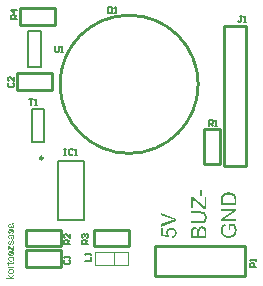
<source format=gto>
G04 Layer_Color=65535*
%FSTAX42Y42*%
%MOMM*%
G71*
G01*
G75*
%ADD18C,0.25*%
%ADD27C,0.25*%
%ADD28C,0.20*%
%ADD29C,0.05*%
%ADD30C,0.13*%
G36*
X024141Y041822D02*
X024142Y041822D01*
X024143Y041821D01*
X024144Y041821D01*
X024146Y04182D01*
X024147Y04182D01*
X024147D01*
X024147Y04182D01*
X024148Y041819D01*
X024148Y041819D01*
X024149Y041818D01*
X02415Y041817D01*
X024151Y041816D01*
X024152Y041815D01*
X024152Y041813D01*
Y041813D01*
X024152Y041813D01*
X024153Y041813D01*
X024153Y041812D01*
X024153Y041812D01*
X024153Y041811D01*
X024153Y041811D01*
X024153Y04181D01*
X024154Y041809D01*
X024154Y041807D01*
X024154Y041805D01*
X024154Y041803D01*
Y041803D01*
Y041803D01*
Y041802D01*
X024154Y041802D01*
X024154Y041801D01*
X024154Y0418D01*
X024154Y041799D01*
X024154Y041798D01*
X024153Y041796D01*
X024153Y041793D01*
X024152Y041792D01*
X024152Y041791D01*
X024151Y04179D01*
X024151Y041789D01*
X024151Y041789D01*
X02415Y041789D01*
X02415Y041789D01*
X02415Y041788D01*
X024149Y041788D01*
X024149Y041787D01*
X024148Y041787D01*
X024148Y041786D01*
X024147Y041786D01*
X024146Y041785D01*
X024145Y041785D01*
X024144Y041784D01*
X024143Y041784D01*
X024142Y041784D01*
X024141Y041783D01*
X024139Y041783D01*
X024138Y041791D01*
X024138D01*
X024138Y041791D01*
X024138D01*
X024139Y041791D01*
X024139Y041791D01*
X02414Y041791D01*
X024141Y041792D01*
X024142Y041792D01*
X024143Y041793D01*
X024144Y041793D01*
X024145Y041794D01*
Y041795D01*
X024145Y041795D01*
X024146Y041795D01*
X024146Y041796D01*
X024147Y041797D01*
X024147Y041798D01*
X024147Y041799D01*
X024148Y041801D01*
X024148Y041803D01*
Y041803D01*
Y041803D01*
Y041804D01*
X024148Y041804D01*
Y041804D01*
X024148Y041805D01*
X024147Y041806D01*
X024147Y041807D01*
X024147Y041809D01*
X024146Y04181D01*
X024146Y041811D01*
X024146Y041811D01*
X024145Y041812D01*
X024145Y041812D01*
X024144Y041813D01*
X024143Y041813D01*
X024142Y041813D01*
X024141Y041814D01*
X02414Y041814D01*
X02414D01*
X024139Y041814D01*
X024139Y041814D01*
X024138Y041813D01*
X024137Y041813D01*
X024137Y041812D01*
X024136Y041811D01*
X024136Y041811D01*
X024136Y041811D01*
X024136Y041811D01*
X024135Y04181D01*
X024135Y04181D01*
X024135Y041809D01*
X024135Y041809D01*
X024135Y041808D01*
X024134Y041807D01*
X024134Y041807D01*
X024134Y041806D01*
X024134Y041804D01*
X024133Y041803D01*
Y041803D01*
X024133Y041803D01*
X024133Y041802D01*
X024133Y041802D01*
X024133Y041801D01*
X024133Y0418D01*
X024132Y041799D01*
X024132Y041798D01*
X024131Y041797D01*
X024131Y041794D01*
X02413Y041793D01*
X02413Y041793D01*
X02413Y041792D01*
X024129Y041791D01*
Y041791D01*
X024129Y041791D01*
X024129Y041791D01*
X024129Y04179D01*
X024128Y041789D01*
X024128Y041788D01*
X024127Y041788D01*
X024126Y041787D01*
X024125Y041786D01*
X024125Y041786D01*
X024125Y041786D01*
X024124Y041785D01*
X024123Y041785D01*
X024122Y041785D01*
X024121Y041785D01*
X02412Y041784D01*
X024119Y041784D01*
X024118D01*
X024118Y041784D01*
X024117Y041784D01*
X024116Y041785D01*
X024115Y041785D01*
X024114Y041785D01*
X024113Y041786D01*
X024113Y041786D01*
X024112Y041786D01*
X024112Y041786D01*
X024111Y041787D01*
X024111Y041787D01*
X02411Y041788D01*
X024109Y041789D01*
X024108Y04179D01*
X024108Y04179D01*
X024108Y04179D01*
X024108Y04179D01*
X024108Y041791D01*
X024107Y041792D01*
X024107Y041792D01*
X024106Y041794D01*
X024106Y041795D01*
Y041795D01*
X024106Y041795D01*
X024106Y041795D01*
X024106Y041796D01*
X024106Y041797D01*
X024105Y041798D01*
X024105Y041799D01*
X024105Y0418D01*
X024105Y041802D01*
Y041802D01*
Y041802D01*
Y041802D01*
Y041802D01*
X024105Y041803D01*
Y041804D01*
X024105Y041805D01*
X024106Y041806D01*
X024106Y041808D01*
X024106Y04181D01*
X024107Y041811D01*
Y041811D01*
X024107Y041811D01*
X024107Y041812D01*
X024107Y041812D01*
X024107Y041813D01*
X024108Y041814D01*
X024109Y041815D01*
X024109Y041816D01*
X02411Y041817D01*
X024111Y041817D01*
X024111Y041818D01*
X024112Y041818D01*
X024112Y041818D01*
X024113Y041819D01*
X024114Y041819D01*
X024115Y04182D01*
X024117Y04182D01*
X024118Y04182D01*
X024119Y041812D01*
X024119D01*
X024119Y041812D01*
X024118Y041812D01*
X024117Y041812D01*
X024116Y041811D01*
X024116Y041811D01*
X024115Y04181D01*
X024114Y041809D01*
X024114Y041809D01*
X024113Y041809D01*
X024113Y041808D01*
X024113Y041808D01*
X024112Y041807D01*
X024112Y041805D01*
X024112Y041804D01*
X024112Y041802D01*
Y041802D01*
Y041802D01*
Y041802D01*
Y041801D01*
X024112Y041801D01*
Y0418D01*
X024112Y041799D01*
X024112Y041798D01*
X024112Y041797D01*
X024113Y041795D01*
X024113Y041795D01*
X024114Y041794D01*
X024114Y041794D01*
X024114Y041794D01*
X024114Y041794D01*
X024115Y041793D01*
X024115Y041793D01*
X024116Y041792D01*
X024117Y041792D01*
X024118Y041792D01*
X024118D01*
X024118Y041792D01*
X024119Y041792D01*
X02412Y041792D01*
X02412Y041793D01*
X024121Y041793D01*
X024121Y041793D01*
X024121Y041793D01*
X024121Y041793D01*
X024121Y041794D01*
X024122Y041794D01*
X024122Y041795D01*
X024122Y041795D01*
X024123Y041796D01*
Y041796D01*
X024123Y041796D01*
X024123Y041797D01*
X024123Y041797D01*
X024123Y041798D01*
X024123Y041798D01*
X024124Y041799D01*
X024124Y041799D01*
X024124Y0418D01*
X024124Y041801D01*
X024124Y041802D01*
X024125Y041803D01*
Y041803D01*
X024125Y041803D01*
X024125Y041804D01*
X024125Y041804D01*
X024125Y041805D01*
X024126Y041806D01*
X024126Y041807D01*
X024126Y041808D01*
X024127Y04181D01*
X024127Y041812D01*
X024128Y041812D01*
X024128Y041813D01*
X024128Y041814D01*
X024128Y041815D01*
Y041815D01*
X024129Y041815D01*
X024129Y041815D01*
X024129Y041816D01*
X02413Y041817D01*
X02413Y041818D01*
X024131Y041818D01*
X024132Y041819D01*
X024133Y04182D01*
X024133Y04182D01*
X024133Y04182D01*
X024134Y041821D01*
X024135Y041821D01*
X024136Y041821D01*
X024137Y041822D01*
X024138Y041822D01*
X024139Y041822D01*
X02414D01*
X024141Y041822D01*
D02*
G37*
G36*
X024153Y041736D02*
X024147D01*
X024112Y041766D01*
Y041766D01*
Y041766D01*
Y041766D01*
X024113Y041765D01*
Y041765D01*
Y041764D01*
X024113Y041763D01*
X024113Y041762D01*
Y04176D01*
X024113Y041759D01*
Y041757D01*
Y041738D01*
X024106D01*
Y041777D01*
X024112D01*
X024141Y041751D01*
X024147Y041746D01*
Y041746D01*
Y041746D01*
X024147Y041747D01*
Y041747D01*
X024147Y041748D01*
Y041748D01*
X024147Y041749D01*
X024147Y04175D01*
X024147Y041751D01*
X024146Y041753D01*
X024146Y041755D01*
Y041756D01*
Y041778D01*
X024153D01*
Y041736D01*
D02*
G37*
G36*
Y041864D02*
X024153Y041864D01*
X024153Y041864D01*
X024152Y041863D01*
X024152Y041863D01*
X024151Y041863D01*
X02415Y041863D01*
X024149Y041862D01*
X024147Y041862D01*
X024147Y041862D01*
X024147Y041862D01*
X024148Y041862D01*
X024148Y041861D01*
X024148Y041861D01*
X024149Y041861D01*
X024149Y041859D01*
X02415Y041858D01*
X024151Y041857D01*
X024152Y041855D01*
X024153Y041854D01*
Y041854D01*
X024153Y041853D01*
X024153Y041853D01*
X024153Y041853D01*
X024153Y041853D01*
X024153Y041852D01*
X024154Y041851D01*
X024154Y04185D01*
X024154Y041848D01*
X024154Y041847D01*
X024154Y041845D01*
Y041845D01*
Y041844D01*
Y041844D01*
X024154Y041844D01*
X024154Y041843D01*
X024154Y041842D01*
X024154Y041841D01*
X024154Y04184D01*
X024153Y041839D01*
X024153Y041837D01*
X024152Y041836D01*
X024152Y041835D01*
X024151Y041834D01*
X024151Y041833D01*
X024151Y041833D01*
X02415Y041833D01*
X02415Y041833D01*
X02415Y041832D01*
X02415Y041832D01*
X024149Y041832D01*
X024149Y041831D01*
X024148Y041831D01*
X024147Y04183D01*
X024145Y041829D01*
X024144Y041829D01*
X024143Y041829D01*
X024142Y041829D01*
X024141Y041829D01*
X02414D01*
X02414Y041829D01*
X024139Y041829D01*
X024138Y041829D01*
X024137Y041829D01*
X024136Y04183D01*
X024135Y04183D01*
X024134Y04183D01*
X024134Y041831D01*
X024134Y041831D01*
X024133Y041831D01*
X024132Y041832D01*
X024131Y041833D01*
X024131Y041834D01*
X02413Y041834D01*
X02413Y041835D01*
X02413Y041835D01*
X024129Y041835D01*
X024129Y041836D01*
X024129Y041837D01*
X024128Y041838D01*
X024128Y041839D01*
X024127Y04184D01*
Y04184D01*
X024127Y041841D01*
X024127Y041841D01*
X024127Y041842D01*
X024127Y041843D01*
X024127Y041844D01*
X024126Y041846D01*
X024126Y041847D01*
Y041847D01*
X024126Y041848D01*
X024126Y041848D01*
X024126Y041849D01*
X024126Y04185D01*
X024126Y041851D01*
X024126Y041852D01*
X024125Y041853D01*
X024125Y041855D01*
X024124Y041857D01*
X024124Y041858D01*
X024124Y04186D01*
X024124Y041861D01*
X024123Y041862D01*
X024123D01*
X024123Y041862D01*
X024121D01*
X02412Y041861D01*
X024119Y041861D01*
X024118Y041861D01*
X024116Y041861D01*
X024115Y04186D01*
X024114Y041859D01*
X024114Y041859D01*
X024114Y041859D01*
X024114Y041859D01*
X024114Y041858D01*
X024114Y041858D01*
X024113Y041857D01*
X024113Y041856D01*
X024112Y041854D01*
X024112Y041852D01*
X024112Y04185D01*
Y04185D01*
Y04185D01*
Y04185D01*
Y041849D01*
X024112Y041849D01*
Y041848D01*
X024112Y041847D01*
X024112Y041846D01*
X024113Y041844D01*
X024113Y041843D01*
X024114Y041842D01*
X024114Y041842D01*
X024114Y041842D01*
X024115Y041841D01*
X024115Y04184D01*
X024116Y04184D01*
X024118Y041839D01*
X024119Y041839D01*
X02412Y041838D01*
X024121Y041838D01*
X02412Y04183D01*
X02412D01*
X024119Y04183D01*
X024119Y04183D01*
X024119Y04183D01*
X024118Y041831D01*
X024118Y041831D01*
X024117Y041831D01*
X024115Y041832D01*
X024114Y041832D01*
X024113Y041833D01*
X024112Y041834D01*
X024112D01*
X024111Y041834D01*
X024111Y041834D01*
X024111Y041835D01*
X02411Y041835D01*
X024109Y041836D01*
X024108Y041838D01*
X024108Y041839D01*
X024107Y041841D01*
Y041841D01*
X024107Y041841D01*
X024107Y041841D01*
X024107Y041842D01*
X024106Y041842D01*
X024106Y041842D01*
X024106Y041843D01*
X024106Y041844D01*
X024106Y041844D01*
X024106Y041845D01*
X024105Y041847D01*
X024105Y041849D01*
X024105Y041851D01*
Y041851D01*
Y041852D01*
Y041852D01*
Y041852D01*
X024105Y041853D01*
Y041854D01*
X024105Y041855D01*
X024105Y041856D01*
X024106Y041858D01*
X024106Y04186D01*
X024107Y041861D01*
Y041861D01*
X024107Y041861D01*
X024107Y041861D01*
X024107Y041862D01*
X024107Y041862D01*
X024108Y041863D01*
X024108Y041864D01*
X024109Y041865D01*
X024109Y041866D01*
X02411Y041867D01*
X02411Y041867D01*
X024111Y041867D01*
X024111Y041867D01*
X024112Y041868D01*
X024112Y041868D01*
X024113Y041868D01*
X024114Y041869D01*
X024116Y041869D01*
X024116D01*
X024116Y041869D01*
X024117Y041869D01*
X024117Y041869D01*
X024118Y041869D01*
X02412Y04187D01*
X02412D01*
X024121Y04187D01*
X024137D01*
X024138Y04187D01*
X024139D01*
X024142Y04187D01*
X024143D01*
X024144Y04187D01*
X024145Y04187D01*
X024146Y04187D01*
X024147Y04187D01*
X024148Y04187D01*
X024148D01*
X024148Y04187D01*
X024149Y04187D01*
X024149Y041871D01*
X02415Y041871D01*
X024151Y041871D01*
X024152Y041872D01*
X024153Y041872D01*
Y041864D01*
D02*
G37*
G36*
Y04196D02*
X024153Y04196D01*
X024153Y041959D01*
X024152Y041959D01*
X024152Y041959D01*
X024151Y041959D01*
X02415Y041958D01*
X024149Y041958D01*
X024147Y041958D01*
X024147Y041958D01*
X024147Y041958D01*
X024148Y041958D01*
X024148Y041957D01*
X024148Y041957D01*
X024149Y041956D01*
X024149Y041955D01*
X02415Y041954D01*
X024151Y041953D01*
X024152Y041951D01*
X024153Y041949D01*
Y041949D01*
X024153Y041949D01*
X024153Y041949D01*
X024153Y041949D01*
X024153Y041948D01*
X024153Y041948D01*
X024154Y041947D01*
X024154Y041946D01*
X024154Y041944D01*
X024154Y041942D01*
X024154Y041941D01*
Y041941D01*
Y04194D01*
Y04194D01*
X024154Y041939D01*
X024154Y041939D01*
X024154Y041938D01*
X024154Y041937D01*
X024154Y041936D01*
X024153Y041934D01*
X024153Y041932D01*
X024152Y041931D01*
X024152Y04193D01*
X024151Y04193D01*
X024151Y041929D01*
X024151Y041929D01*
X02415Y041929D01*
X02415Y041928D01*
X02415Y041928D01*
X02415Y041928D01*
X024149Y041927D01*
X024149Y041927D01*
X024148Y041927D01*
X024147Y041926D01*
X024145Y041925D01*
X024144Y041925D01*
X024143Y041925D01*
X024142Y041925D01*
X024141Y041925D01*
X02414D01*
X02414Y041925D01*
X024139Y041925D01*
X024138Y041925D01*
X024137Y041925D01*
X024136Y041926D01*
X024135Y041926D01*
X024134Y041926D01*
X024134Y041926D01*
X024134Y041927D01*
X024133Y041927D01*
X024132Y041928D01*
X024131Y041929D01*
X024131Y041929D01*
X02413Y04193D01*
X02413Y04193D01*
X02413Y041931D01*
X024129Y041931D01*
X024129Y041932D01*
X024129Y041933D01*
X024128Y041934D01*
X024128Y041935D01*
X024127Y041936D01*
Y041936D01*
X024127Y041936D01*
X024127Y041937D01*
X024127Y041938D01*
X024127Y041939D01*
X024127Y04194D01*
X024126Y041941D01*
X024126Y041943D01*
Y041943D01*
X024126Y041944D01*
X024126Y041944D01*
X024126Y041945D01*
X024126Y041946D01*
X024126Y041946D01*
X024126Y041947D01*
X024125Y041949D01*
X024125Y041951D01*
X024124Y041953D01*
X024124Y041954D01*
X024124Y041955D01*
X024124Y041956D01*
X024123Y041957D01*
X024123D01*
X024123Y041957D01*
X024121D01*
X02412Y041957D01*
X024119Y041957D01*
X024118Y041957D01*
X024116Y041956D01*
X024115Y041956D01*
X024114Y041955D01*
X024114Y041955D01*
X024114Y041955D01*
X024114Y041955D01*
X024114Y041954D01*
X024114Y041954D01*
X024113Y041953D01*
X024113Y041952D01*
X024112Y04195D01*
X024112Y041948D01*
X024112Y041946D01*
Y041946D01*
Y041946D01*
Y041946D01*
Y041945D01*
X024112Y041945D01*
Y041944D01*
X024112Y041943D01*
X024112Y041942D01*
X024113Y04194D01*
X024113Y041939D01*
X024114Y041938D01*
X024114Y041938D01*
X024114Y041937D01*
X024115Y041937D01*
X024115Y041936D01*
X024116Y041936D01*
X024118Y041935D01*
X024119Y041934D01*
X02412Y041934D01*
X024121Y041934D01*
X02412Y041926D01*
X02412D01*
X024119Y041926D01*
X024119Y041926D01*
X024119Y041926D01*
X024118Y041926D01*
X024118Y041927D01*
X024117Y041927D01*
X024115Y041927D01*
X024114Y041928D01*
X024113Y041929D01*
X024112Y041929D01*
X024112D01*
X024111Y04193D01*
X024111Y04193D01*
X024111Y041931D01*
X02411Y041931D01*
X024109Y041932D01*
X024108Y041933D01*
X024108Y041935D01*
X024107Y041937D01*
Y041937D01*
X024107Y041937D01*
X024107Y041937D01*
X024107Y041937D01*
X024106Y041938D01*
X024106Y041938D01*
X024106Y041939D01*
X024106Y04194D01*
X024106Y04194D01*
X024106Y041941D01*
X024105Y041943D01*
X024105Y041945D01*
X024105Y041947D01*
Y041947D01*
Y041947D01*
Y041948D01*
Y041948D01*
X024105Y041949D01*
Y041949D01*
X024105Y041951D01*
X024105Y041952D01*
X024106Y041954D01*
X024106Y041955D01*
X024107Y041957D01*
Y041957D01*
X024107Y041957D01*
X024107Y041957D01*
X024107Y041958D01*
X024107Y041958D01*
X024108Y041959D01*
X024108Y04196D01*
X024109Y041961D01*
X024109Y041962D01*
X02411Y041962D01*
X02411Y041963D01*
X024111Y041963D01*
X024111Y041963D01*
X024112Y041963D01*
X024112Y041964D01*
X024113Y041964D01*
X024114Y041965D01*
X024116Y041965D01*
X024116D01*
X024116Y041965D01*
X024117Y041965D01*
X024117Y041965D01*
X024118Y041965D01*
X02412Y041965D01*
X02412D01*
X024121Y041965D01*
X024137D01*
X024138Y041966D01*
X024139D01*
X024142Y041966D01*
X024143D01*
X024144Y041966D01*
X024145Y041966D01*
X024146Y041966D01*
X024147Y041966D01*
X024148Y041966D01*
X024148D01*
X024148Y041966D01*
X024149Y041966D01*
X024149Y041966D01*
X02415Y041967D01*
X024151Y041967D01*
X024152Y041967D01*
X024153Y041968D01*
Y04196D01*
D02*
G37*
G36*
X024141Y041918D02*
X024142Y041918D01*
X024143Y041917D01*
X024144Y041917D01*
X024146Y041916D01*
X024147Y041915D01*
X024147D01*
X024147Y041915D01*
X024148Y041915D01*
X024148Y041915D01*
X024149Y041914D01*
X02415Y041913D01*
X024151Y041912D01*
X024152Y04191D01*
X024152Y041909D01*
Y041909D01*
X024152Y041909D01*
X024153Y041908D01*
X024153Y041908D01*
X024153Y041908D01*
X024153Y041907D01*
X024153Y041907D01*
X024153Y041906D01*
X024154Y041904D01*
X024154Y041903D01*
X024154Y041901D01*
X024154Y041899D01*
Y041899D01*
Y041898D01*
Y041898D01*
X024154Y041897D01*
X024154Y041897D01*
X024154Y041896D01*
X024154Y041895D01*
X024154Y041894D01*
X024153Y041891D01*
X024153Y041889D01*
X024152Y041888D01*
X024152Y041887D01*
X024151Y041886D01*
X024151Y041885D01*
X024151Y041885D01*
X02415Y041885D01*
X02415Y041884D01*
X02415Y041884D01*
X024149Y041884D01*
X024149Y041883D01*
X024148Y041883D01*
X024148Y041882D01*
X024147Y041882D01*
X024146Y041881D01*
X024145Y041881D01*
X024144Y04188D01*
X024143Y04188D01*
X024142Y041879D01*
X024141Y041879D01*
X024139Y041879D01*
X024138Y041887D01*
X024138D01*
X024138Y041887D01*
X024138D01*
X024139Y041887D01*
X024139Y041887D01*
X02414Y041887D01*
X024141Y041887D01*
X024142Y041888D01*
X024143Y041888D01*
X024144Y041889D01*
X024145Y04189D01*
Y04189D01*
X024145Y04189D01*
X024146Y041891D01*
X024146Y041892D01*
X024147Y041893D01*
X024147Y041894D01*
X024147Y041895D01*
X024148Y041897D01*
X024148Y041899D01*
Y041899D01*
Y041899D01*
Y041899D01*
X024148Y0419D01*
Y0419D01*
X024148Y041901D01*
X024147Y041902D01*
X024147Y041903D01*
X024147Y041905D01*
X024146Y041906D01*
X024146Y041907D01*
X024146Y041907D01*
X024145Y041907D01*
X024145Y041908D01*
X024144Y041908D01*
X024143Y041909D01*
X024142Y041909D01*
X024141Y04191D01*
X02414Y04191D01*
X02414D01*
X024139Y04191D01*
X024139Y041909D01*
X024138Y041909D01*
X024137Y041909D01*
X024137Y041908D01*
X024136Y041907D01*
X024136Y041907D01*
X024136Y041907D01*
X024136Y041906D01*
X024135Y041906D01*
X024135Y041906D01*
X024135Y041905D01*
X024135Y041905D01*
X024135Y041904D01*
X024134Y041903D01*
X024134Y041902D01*
X024134Y041901D01*
X024134Y0419D01*
X024133Y041899D01*
Y041899D01*
X024133Y041899D01*
X024133Y041898D01*
X024133Y041898D01*
X024133Y041897D01*
X024133Y041896D01*
X024132Y041895D01*
X024132Y041894D01*
X024131Y041892D01*
X024131Y04189D01*
X02413Y041889D01*
X02413Y041888D01*
X02413Y041888D01*
X024129Y041887D01*
Y041887D01*
X024129Y041887D01*
X024129Y041886D01*
X024129Y041886D01*
X024128Y041885D01*
X024128Y041884D01*
X024127Y041883D01*
X024126Y041882D01*
X024125Y041882D01*
X024125Y041882D01*
X024125Y041882D01*
X024124Y041881D01*
X024123Y041881D01*
X024122Y041881D01*
X024121Y04188D01*
X02412Y04188D01*
X024119Y04188D01*
X024118D01*
X024118Y04188D01*
X024117Y04188D01*
X024116Y04188D01*
X024115Y041881D01*
X024114Y041881D01*
X024113Y041882D01*
X024113Y041882D01*
X024112Y041882D01*
X024112Y041882D01*
X024111Y041883D01*
X024111Y041883D01*
X02411Y041884D01*
X024109Y041885D01*
X024108Y041885D01*
X024108Y041886D01*
X024108Y041886D01*
X024108Y041886D01*
X024108Y041887D01*
X024107Y041887D01*
X024107Y041888D01*
X024106Y041889D01*
X024106Y041891D01*
Y041891D01*
X024106Y041891D01*
X024106Y041891D01*
X024106Y041892D01*
X024106Y041893D01*
X024105Y041894D01*
X024105Y041895D01*
X024105Y041896D01*
X024105Y041897D01*
Y041897D01*
Y041898D01*
Y041898D01*
Y041898D01*
X024105Y041899D01*
Y041899D01*
X024105Y041901D01*
X024106Y041902D01*
X024106Y041904D01*
X024106Y041905D01*
X024107Y041907D01*
Y041907D01*
X024107Y041907D01*
X024107Y041908D01*
X024107Y041908D01*
X024107Y041909D01*
X024108Y04191D01*
X024109Y04191D01*
X024109Y041911D01*
X02411Y041912D01*
X024111Y041913D01*
X024111Y041913D01*
X024112Y041914D01*
X024112Y041914D01*
X024113Y041914D01*
X024114Y041915D01*
X024115Y041915D01*
X024117Y041916D01*
X024118Y041916D01*
X024119Y041908D01*
X024119D01*
X024119Y041908D01*
X024118Y041908D01*
X024117Y041908D01*
X024116Y041907D01*
X024116Y041907D01*
X024115Y041906D01*
X024114Y041905D01*
X024114Y041905D01*
X024113Y041905D01*
X024113Y041904D01*
X024113Y041903D01*
X024112Y041902D01*
X024112Y041901D01*
X024112Y0419D01*
X024112Y041898D01*
Y041898D01*
Y041898D01*
Y041897D01*
Y041897D01*
X024112Y041897D01*
Y041896D01*
X024112Y041895D01*
X024112Y041894D01*
X024112Y041892D01*
X024113Y041891D01*
X024113Y041891D01*
X024114Y04189D01*
X024114Y04189D01*
X024114Y04189D01*
X024114Y041889D01*
X024115Y041889D01*
X024115Y041889D01*
X024116Y041888D01*
X024117Y041888D01*
X024118Y041888D01*
X024118D01*
X024118Y041888D01*
X024119Y041888D01*
X02412Y041888D01*
X02412Y041888D01*
X024121Y041889D01*
X024121Y041889D01*
X024121Y041889D01*
X024121Y041889D01*
X024121Y04189D01*
X024122Y04189D01*
X024122Y041891D01*
X024122Y041891D01*
X024123Y041892D01*
Y041892D01*
X024123Y041892D01*
X024123Y041893D01*
X024123Y041893D01*
X024123Y041894D01*
X024123Y041894D01*
X024124Y041895D01*
X024124Y041895D01*
X024124Y041896D01*
X024124Y041897D01*
X024124Y041898D01*
X024125Y041899D01*
Y041899D01*
X024125Y041899D01*
X024125Y0419D01*
X024125Y0419D01*
X024125Y041901D01*
X024126Y041902D01*
X024126Y041903D01*
X024126Y041904D01*
X024127Y041905D01*
X024127Y041907D01*
X024128Y041908D01*
X024128Y041909D01*
X024128Y04191D01*
X024128Y041911D01*
Y041911D01*
X024129Y041911D01*
X024129Y041911D01*
X024129Y041912D01*
X02413Y041913D01*
X02413Y041913D01*
X024131Y041914D01*
X024132Y041915D01*
X024133Y041916D01*
X024133Y041916D01*
X024133Y041916D01*
X024134Y041917D01*
X024135Y041917D01*
X024136Y041917D01*
X024137Y041918D01*
X024138Y041918D01*
X024139Y041918D01*
X02414D01*
X024141Y041918D01*
D02*
G37*
G36*
Y041731D02*
X024142Y041731D01*
X024143Y041731D01*
X024144Y04173D01*
X024146Y04173D01*
X024147Y041729D01*
X024147D01*
X024147Y041729D01*
X024148Y041728D01*
X024148Y041728D01*
X024149Y041727D01*
X02415Y041726D01*
X024151Y041725D01*
X024152Y041724D01*
X024152Y041722D01*
Y041722D01*
X024152Y041722D01*
X024153Y041722D01*
X024153Y041721D01*
X024153Y041721D01*
X024153Y041721D01*
X024153Y04172D01*
X024153Y041719D01*
X024154Y041718D01*
X024154Y041716D01*
X024154Y041714D01*
X024154Y041712D01*
Y041712D01*
Y041712D01*
Y041711D01*
X024154Y041711D01*
X024154Y04171D01*
X024154Y041709D01*
X024154Y041708D01*
X024154Y041707D01*
X024153Y041705D01*
X024153Y041702D01*
X024152Y041701D01*
X024152Y0417D01*
X024151Y041699D01*
X024151Y041698D01*
X024151Y041698D01*
X02415Y041698D01*
X02415Y041698D01*
X02415Y041697D01*
X024149Y041697D01*
X024149Y041697D01*
X024148Y041696D01*
X024148Y041696D01*
X024147Y041695D01*
X024146Y041695D01*
X024145Y041694D01*
X024144Y041694D01*
X024143Y041693D01*
X024142Y041693D01*
X024141Y041692D01*
X024139Y041692D01*
X024138Y0417D01*
X024138D01*
X024138Y0417D01*
X024138D01*
X024139Y0417D01*
X024139Y0417D01*
X02414Y0417D01*
X024141Y041701D01*
X024142Y041701D01*
X024143Y041702D01*
X024144Y041703D01*
X024145Y041704D01*
Y041704D01*
X024145Y041704D01*
X024146Y041704D01*
X024146Y041705D01*
X024147Y041706D01*
X024147Y041707D01*
X024147Y041709D01*
X024148Y04171D01*
X024148Y041712D01*
Y041712D01*
Y041713D01*
Y041713D01*
X024148Y041713D01*
Y041714D01*
X024148Y041714D01*
X024147Y041715D01*
X024147Y041717D01*
X024147Y041718D01*
X024146Y041719D01*
X024146Y04172D01*
X024146Y041721D01*
X024145Y041721D01*
X024145Y041721D01*
X024144Y041722D01*
X024143Y041722D01*
X024142Y041723D01*
X024141Y041723D01*
X02414Y041723D01*
X02414D01*
X024139Y041723D01*
X024139Y041723D01*
X024138Y041723D01*
X024137Y041722D01*
X024137Y041722D01*
X024136Y041721D01*
X024136Y041721D01*
X024136Y04172D01*
X024136Y04172D01*
X024135Y04172D01*
X024135Y041719D01*
X024135Y041719D01*
X024135Y041718D01*
X024135Y041717D01*
X024134Y041717D01*
X024134Y041716D01*
X024134Y041715D01*
X024134Y041714D01*
X024133Y041713D01*
Y041713D01*
X024133Y041712D01*
X024133Y041712D01*
X024133Y041711D01*
X024133Y04171D01*
X024133Y04171D01*
X024132Y041709D01*
X024132Y041708D01*
X024131Y041706D01*
X024131Y041704D01*
X02413Y041703D01*
X02413Y041702D01*
X02413Y041701D01*
X024129Y0417D01*
Y0417D01*
X024129Y0417D01*
X024129Y0417D01*
X024129Y041699D01*
X024128Y041698D01*
X024128Y041698D01*
X024127Y041697D01*
X024126Y041696D01*
X024125Y041695D01*
X024125Y041695D01*
X024125Y041695D01*
X024124Y041695D01*
X024123Y041694D01*
X024122Y041694D01*
X024121Y041694D01*
X02412Y041694D01*
X024119Y041694D01*
X024118D01*
X024118Y041694D01*
X024117Y041694D01*
X024116Y041694D01*
X024115Y041694D01*
X024114Y041694D01*
X024113Y041695D01*
X024113Y041695D01*
X024112Y041695D01*
X024112Y041695D01*
X024111Y041696D01*
X024111Y041696D01*
X02411Y041697D01*
X024109Y041698D01*
X024108Y041699D01*
X024108Y041699D01*
X024108Y041699D01*
X024108Y0417D01*
X024108Y0417D01*
X024107Y041701D01*
X024107Y041702D01*
X024106Y041703D01*
X024106Y041704D01*
Y041704D01*
X024106Y041704D01*
X024106Y041704D01*
X024106Y041705D01*
X024106Y041706D01*
X024105Y041707D01*
X024105Y041708D01*
X024105Y041709D01*
X024105Y041711D01*
Y041711D01*
Y041711D01*
Y041711D01*
Y041712D01*
X024105Y041712D01*
Y041713D01*
X024105Y041714D01*
X024106Y041716D01*
X024106Y041717D01*
X024106Y041719D01*
X024107Y041721D01*
Y041721D01*
X024107Y041721D01*
X024107Y041721D01*
X024107Y041721D01*
X024107Y041722D01*
X024108Y041723D01*
X024109Y041724D01*
X024109Y041725D01*
X02411Y041726D01*
X024111Y041727D01*
X024111Y041727D01*
X024112Y041727D01*
X024112Y041727D01*
X024113Y041728D01*
X024114Y041728D01*
X024115Y041729D01*
X024117Y041729D01*
X024118Y04173D01*
X024119Y041722D01*
X024119D01*
X024119Y041722D01*
X024118Y041721D01*
X024117Y041721D01*
X024116Y041721D01*
X024116Y04172D01*
X024115Y041719D01*
X024114Y041719D01*
X024114Y041718D01*
X024113Y041718D01*
X024113Y041718D01*
X024113Y041717D01*
X024112Y041716D01*
X024112Y041714D01*
X024112Y041713D01*
X024112Y041711D01*
Y041711D01*
Y041711D01*
Y041711D01*
Y04171D01*
X024112Y04171D01*
Y04171D01*
X024112Y041708D01*
X024112Y041707D01*
X024112Y041706D01*
X024113Y041705D01*
X024113Y041704D01*
X024114Y041704D01*
X024114Y041703D01*
X024114Y041703D01*
X024114Y041703D01*
X024115Y041702D01*
X024115Y041702D01*
X024116Y041702D01*
X024117Y041701D01*
X024118Y041701D01*
X024118D01*
X024118Y041701D01*
X024119Y041701D01*
X02412Y041702D01*
X02412Y041702D01*
X024121Y041702D01*
X024121Y041702D01*
X024121Y041702D01*
X024121Y041703D01*
X024121Y041703D01*
X024122Y041703D01*
X024122Y041704D01*
X024122Y041705D01*
X024123Y041705D01*
Y041705D01*
X024123Y041706D01*
X024123Y041706D01*
X024123Y041707D01*
X024123Y041707D01*
X024123Y041708D01*
X024124Y041708D01*
X024124Y041709D01*
X024124Y041709D01*
X024124Y04171D01*
X024124Y041711D01*
X024125Y041712D01*
Y041712D01*
X024125Y041713D01*
X024125Y041713D01*
X024125Y041714D01*
X024125Y041714D01*
X024126Y041715D01*
X024126Y041716D01*
X024126Y041717D01*
X024127Y041719D01*
X024127Y041721D01*
X024128Y041722D01*
X024128Y041723D01*
X024128Y041723D01*
X024128Y041724D01*
Y041724D01*
X024129Y041724D01*
X024129Y041725D01*
X024129Y041725D01*
X02413Y041726D01*
X02413Y041727D01*
X024131Y041728D01*
X024132Y041729D01*
X024133Y041729D01*
X024133Y041729D01*
X024133Y04173D01*
X024134Y04173D01*
X024135Y04173D01*
X024136Y041731D01*
X024137Y041731D01*
X024138Y041731D01*
X024139Y041731D01*
X02414D01*
X024141Y041731D01*
D02*
G37*
G36*
X024132Y04158D02*
Y041545D01*
X024132D01*
X024133Y041545D01*
X024133Y041545D01*
X024134Y041545D01*
X024134Y041545D01*
X024135Y041545D01*
X024136Y041545D01*
X024138Y041546D01*
X02414Y041547D01*
X024141Y041547D01*
X024142Y041548D01*
X024143Y041548D01*
X024144Y041549D01*
X024144Y041549D01*
X024144Y041549D01*
X024144Y041549D01*
X024144Y04155D01*
X024145Y04155D01*
X024145Y04155D01*
X024145Y041551D01*
X024146Y041552D01*
X024147Y041553D01*
X024147Y041555D01*
X024147Y041556D01*
X024148Y041557D01*
X024148Y041558D01*
X024148Y041559D01*
Y041559D01*
Y041559D01*
Y041559D01*
X024148Y041559D01*
X024148Y04156D01*
X024147Y041561D01*
X024147Y041562D01*
X024147Y041564D01*
X024146Y041565D01*
X024146Y041566D01*
Y041566D01*
X024145Y041566D01*
X024145Y041567D01*
X024145Y041567D01*
X024144Y041568D01*
X024143Y041569D01*
X024141Y04157D01*
X02414Y04157D01*
X024138Y041571D01*
X024139Y041579D01*
X024139D01*
X024139Y041579D01*
X02414Y041579D01*
X02414Y041579D01*
X024141Y041579D01*
X024142Y041579D01*
X024142Y041578D01*
X024143Y041578D01*
X024145Y041577D01*
X024147Y041576D01*
X024148Y041575D01*
X024149Y041574D01*
X02415Y041573D01*
X02415Y041572D01*
X02415Y041572D01*
X024151Y041572D01*
X024151Y041572D01*
X024151Y041571D01*
X024151Y041571D01*
X024152Y04157D01*
X024152Y041569D01*
X024152Y041569D01*
X024153Y041568D01*
X024153Y041567D01*
X024153Y041566D01*
X024154Y041564D01*
X024154Y041563D01*
X024154Y041562D01*
X024154Y04156D01*
X024154Y041559D01*
Y041559D01*
Y041558D01*
X024154Y041558D01*
Y041557D01*
X024154Y041556D01*
X024154Y041555D01*
X024154Y041554D01*
X024154Y041553D01*
X024153Y041552D01*
X024153Y04155D01*
X024152Y041549D01*
X024152Y041548D01*
X024151Y041546D01*
X02415Y041545D01*
X024149Y041544D01*
X024148Y041542D01*
X024148Y041542D01*
X024148Y041542D01*
X024147Y041542D01*
X024147Y041541D01*
X024146Y041541D01*
X024145Y04154D01*
X024144Y04154D01*
X024143Y041539D01*
X024142Y041539D01*
X024141Y041538D01*
X024139Y041538D01*
X024138Y041537D01*
X024136Y041537D01*
X024134Y041537D01*
X024132Y041536D01*
X02413Y041536D01*
X02413D01*
X024129Y041536D01*
X024128D01*
X024127Y041537D01*
X024126Y041537D01*
X024125Y041537D01*
X024123Y041537D01*
X024122Y041537D01*
X02412Y041538D01*
X024119Y041538D01*
X024117Y041539D01*
X024116Y04154D01*
X024114Y04154D01*
X024113Y041541D01*
X024112Y041542D01*
X024112Y041543D01*
X024111Y041543D01*
X024111Y041543D01*
X024111Y041544D01*
X02411Y041544D01*
X02411Y041545D01*
X024109Y041546D01*
X024108Y041547D01*
X024108Y041548D01*
X024107Y041549D01*
X024107Y04155D01*
X024106Y041552D01*
X024106Y041553D01*
X024105Y041555D01*
X024105Y041557D01*
X024105Y041558D01*
Y041558D01*
Y041559D01*
X024105Y041559D01*
Y04156D01*
X024105Y041561D01*
X024105Y041562D01*
X024106Y041563D01*
X024106Y041564D01*
X024106Y041565D01*
X024107Y041566D01*
X024107Y041568D01*
X024108Y041569D01*
X024109Y04157D01*
X024109Y041571D01*
X02411Y041573D01*
X024112Y041574D01*
X024112Y041574D01*
X024112Y041574D01*
X024112Y041574D01*
X024113Y041575D01*
X024113Y041575D01*
X024114Y041576D01*
X024115Y041576D01*
X024116Y041577D01*
X024117Y041577D01*
X024119Y041578D01*
X02412Y041578D01*
X024122Y041579D01*
X024124Y041579D01*
X024126Y041579D01*
X024128Y04158D01*
X02413Y04158D01*
X024131D01*
X024132Y04158D01*
D02*
G37*
G36*
X024153Y041523D02*
X024129Y041507D01*
X024135Y041502D01*
X024153D01*
Y041494D01*
X024088D01*
Y041502D01*
X024125D01*
X024106Y041521D01*
Y041531D01*
X024124Y041513D01*
X024153Y041533D01*
Y041523D01*
D02*
G37*
G36*
X024115Y041612D02*
X024115Y041612D01*
X024115Y041612D01*
X024115Y041611D01*
X024114Y04161D01*
X024114Y04161D01*
X024114Y041609D01*
X024113Y041607D01*
X024113Y041606D01*
Y041606D01*
Y041606D01*
X024113Y041605D01*
X024114Y041605D01*
X024114Y041604D01*
X024114Y041603D01*
X024114Y041602D01*
X024115Y041602D01*
X024115Y041602D01*
X024115Y041601D01*
X024116Y041601D01*
X024116Y0416D01*
X024117Y0416D01*
X024117Y0416D01*
X024118Y041599D01*
X024119Y041599D01*
X024119D01*
X02412Y041599D01*
X02412Y041599D01*
X02412Y041598D01*
X02412Y041598D01*
X024121Y041598D01*
X024122Y041598D01*
X024123Y041598D01*
X024125Y041598D01*
X024127Y041597D01*
X024129Y041597D01*
X024153D01*
Y041589D01*
X024106D01*
Y041597D01*
X024113D01*
X024113Y041597D01*
X024113Y041597D01*
X024113Y041597D01*
X024112Y041598D01*
X024111Y041598D01*
X02411Y041599D01*
X024108Y0416D01*
X024108Y041601D01*
X024107Y041601D01*
X024107Y041602D01*
X024107Y041602D01*
X024106Y041602D01*
X024106Y041603D01*
X024106Y041603D01*
X024106Y041604D01*
X024105Y041605D01*
X024105Y041606D01*
X024105Y041607D01*
Y041607D01*
Y041607D01*
Y041607D01*
X024105Y041607D01*
Y041608D01*
X024105Y041608D01*
X024105Y041609D01*
X024106Y041611D01*
X024106Y041612D01*
X024107Y041613D01*
X024108Y041615D01*
X024115Y041612D01*
D02*
G37*
G36*
X024132Y041685D02*
Y04165D01*
X024132D01*
X024133Y04165D01*
X024133Y041651D01*
X024134Y041651D01*
X024134Y041651D01*
X024135Y041651D01*
X024136Y041651D01*
X024138Y041652D01*
X02414Y041652D01*
X024141Y041653D01*
X024142Y041653D01*
X024143Y041654D01*
X024144Y041655D01*
X024144Y041655D01*
X024144Y041655D01*
X024144Y041655D01*
X024144Y041655D01*
X024145Y041656D01*
X024145Y041656D01*
X024145Y041657D01*
X024146Y041657D01*
X024147Y041659D01*
X024147Y041661D01*
X024147Y041661D01*
X024148Y041662D01*
X024148Y041664D01*
X024148Y041665D01*
Y041665D01*
Y041665D01*
Y041665D01*
X024148Y041665D01*
X024148Y041666D01*
X024147Y041667D01*
X024147Y041668D01*
X024147Y04167D01*
X024146Y041671D01*
X024146Y041672D01*
Y041672D01*
X024145Y041672D01*
X024145Y041673D01*
X024145Y041673D01*
X024144Y041674D01*
X024143Y041675D01*
X024141Y041675D01*
X02414Y041676D01*
X024138Y041677D01*
X024139Y041685D01*
X024139D01*
X024139Y041685D01*
X02414Y041685D01*
X02414Y041685D01*
X024141Y041685D01*
X024142Y041684D01*
X024142Y041684D01*
X024143Y041684D01*
X024145Y041683D01*
X024147Y041681D01*
X024148Y041681D01*
X024149Y04168D01*
X02415Y041679D01*
X02415Y041678D01*
X02415Y041678D01*
X024151Y041678D01*
X024151Y041677D01*
X024151Y041677D01*
X024151Y041677D01*
X024152Y041676D01*
X024152Y041675D01*
X024152Y041674D01*
X024153Y041673D01*
X024153Y041672D01*
X024153Y041671D01*
X024154Y04167D01*
X024154Y041669D01*
X024154Y041668D01*
X024154Y041666D01*
X024154Y041665D01*
Y041664D01*
Y041664D01*
X024154Y041664D01*
Y041663D01*
X024154Y041662D01*
X024154Y041661D01*
X024154Y04166D01*
X024154Y041659D01*
X024153Y041657D01*
X024153Y041656D01*
X024152Y041655D01*
X024152Y041653D01*
X024151Y041652D01*
X02415Y041651D01*
X024149Y041649D01*
X024148Y041648D01*
X024148Y041648D01*
X024148Y041648D01*
X024147Y041648D01*
X024147Y041647D01*
X024146Y041647D01*
X024145Y041646D01*
X024144Y041646D01*
X024143Y041645D01*
X024142Y041645D01*
X024141Y041644D01*
X024139Y041644D01*
X024138Y041643D01*
X024136Y041643D01*
X024134Y041642D01*
X024132Y041642D01*
X02413Y041642D01*
X02413D01*
X024129Y041642D01*
X024128D01*
X024127Y041642D01*
X024126Y041643D01*
X024125Y041643D01*
X024123Y041643D01*
X024122Y041643D01*
X02412Y041644D01*
X024119Y041644D01*
X024117Y041645D01*
X024116Y041645D01*
X024114Y041646D01*
X024113Y041647D01*
X024112Y041648D01*
X024112Y041648D01*
X024111Y041649D01*
X024111Y041649D01*
X024111Y041649D01*
X02411Y04165D01*
X02411Y041651D01*
X024109Y041652D01*
X024108Y041653D01*
X024108Y041654D01*
X024107Y041655D01*
X024107Y041656D01*
X024106Y041658D01*
X024106Y041659D01*
X024105Y041661D01*
X024105Y041662D01*
X024105Y041664D01*
Y041664D01*
Y041665D01*
X024105Y041665D01*
Y041666D01*
X024105Y041667D01*
X024105Y041667D01*
X024106Y041669D01*
X024106Y04167D01*
X024106Y041671D01*
X024107Y041672D01*
X024107Y041673D01*
X024108Y041675D01*
X024109Y041676D01*
X024109Y041677D01*
X02411Y041678D01*
X024112Y04168D01*
X024112Y04168D01*
X024112Y04168D01*
X024112Y04168D01*
X024113Y04168D01*
X024113Y041681D01*
X024114Y041681D01*
X024115Y041682D01*
X024116Y041683D01*
X024117Y041683D01*
X024119Y041684D01*
X02412Y041684D01*
X024122Y041685D01*
X024124Y041685D01*
X024126Y041685D01*
X024128Y041685D01*
X02413Y041686D01*
X024131D01*
X024132Y041685D01*
D02*
G37*
G36*
X024153Y041638D02*
Y041638D01*
X024153Y041638D01*
X024153Y041637D01*
X024154Y041636D01*
X024154Y041635D01*
X024154Y041634D01*
X024154Y041632D01*
Y041632D01*
Y041632D01*
Y041632D01*
Y041631D01*
X024154Y041631D01*
X024154Y04163D01*
X024154Y041628D01*
X024153Y041627D01*
X024153Y041626D01*
X024153Y041625D01*
X024152Y041625D01*
X024152Y041625D01*
X024152Y041625D01*
X024152Y041624D01*
X024151Y041623D01*
X02415Y041623D01*
X02415Y041622D01*
X024149Y041622D01*
X024149Y041622D01*
X024148Y041622D01*
X024148Y041622D01*
X024148Y041622D01*
X024147Y041622D01*
X024147Y041622D01*
X024146Y041621D01*
X024146Y041621D01*
X024145Y041621D01*
X024144Y041621D01*
X024143Y041621D01*
X024142D01*
X024141Y041621D01*
X024112D01*
Y041615D01*
X024106D01*
Y041621D01*
X024095D01*
X02409Y041629D01*
X024106D01*
Y041637D01*
X024112D01*
Y041629D01*
X024141D01*
X024142Y041629D01*
X024142D01*
X024143Y041629D01*
X024144Y041629D01*
X024144Y041629D01*
X024144D01*
X024144Y041629D01*
X024145Y04163D01*
X024145Y04163D01*
X024146Y041631D01*
Y041631D01*
X024146Y041631D01*
X024146Y041631D01*
X024146Y041631D01*
X024146Y041632D01*
X024146Y041632D01*
X024146Y041633D01*
Y041633D01*
Y041634D01*
Y041634D01*
Y041634D01*
X024146Y041634D01*
Y041635D01*
X024146Y041636D01*
X024146Y041636D01*
X024146Y041637D01*
X024153Y041638D01*
Y041638D01*
D02*
G37*
G36*
X025487Y04193D02*
X025489Y04193D01*
X02549Y041929D01*
X025492Y041929D01*
X025495Y041929D01*
X025497Y041928D01*
X025499Y041927D01*
X025502Y041927D01*
X025504Y041926D01*
X025507Y041924D01*
X02551Y041923D01*
X025512Y041921D01*
X025515Y04192D01*
X025515Y041919D01*
X025515Y041919D01*
X025516Y041918D01*
X025517Y041917D01*
X025518Y041916D01*
X02552Y041915D01*
X025521Y041913D01*
X025522Y041911D01*
X025524Y041908D01*
X025525Y041906D01*
X025527Y041903D01*
X025528Y0419D01*
X025529Y041897D01*
X02553Y041893D01*
X02553Y041889D01*
X02553Y041885D01*
Y041885D01*
Y041885D01*
Y041884D01*
X02553Y041883D01*
X02553Y041881D01*
X02553Y041879D01*
X02553Y041877D01*
X025529Y041875D01*
X025529Y041873D01*
X025528Y041871D01*
X025527Y041868D01*
X025526Y041866D01*
X025525Y041863D01*
X025524Y041861D01*
X025522Y041859D01*
X025521Y041856D01*
X02552Y041856D01*
X02552Y041856D01*
X02552Y041855D01*
X025519Y041855D01*
X025518Y041854D01*
X025517Y041853D01*
X025515Y041852D01*
X025513Y041851D01*
X025512Y04185D01*
X02551Y041848D01*
X025508Y041847D01*
X025505Y041846D01*
X025503Y041845D01*
X0255Y041845D01*
X025497Y041844D01*
X025494Y041844D01*
X025493Y041861D01*
X025493D01*
X025493Y041861D01*
X025494Y041861D01*
X025495Y041861D01*
X025496Y041861D01*
X025497Y041862D01*
X0255Y041862D01*
X025503Y041863D01*
X025506Y041865D01*
X025509Y041867D01*
X02551Y041868D01*
X025511Y041869D01*
Y041869D01*
X025511Y041869D01*
X025512Y04187D01*
X025512Y04187D01*
X025513Y041872D01*
X025514Y041874D01*
X025515Y041876D01*
X025516Y041879D01*
X025517Y041882D01*
X025517Y041884D01*
X025517Y041885D01*
Y041886D01*
Y041886D01*
Y041887D01*
X025517Y041887D01*
X025517Y041888D01*
X025517Y04189D01*
X025516Y041892D01*
X025515Y041895D01*
X025514Y041897D01*
X025514Y041899D01*
X025513Y0419D01*
X025511Y041902D01*
X02551Y041903D01*
X025509Y041905D01*
X025509Y041905D01*
X025508Y041905D01*
X025508Y041906D01*
X025507Y041906D01*
X025506Y041907D01*
X025505Y041907D01*
X025504Y041908D01*
X025502Y041909D01*
X025501Y04191D01*
X025499Y04191D01*
X025497Y041911D01*
X025495Y041912D01*
X025493Y041912D01*
X025491Y041913D01*
X025488Y041913D01*
X025486Y041913D01*
X025484D01*
X025483Y041913D01*
X025482Y041913D01*
X025481Y041913D01*
X025479Y041912D01*
X025478Y041912D01*
X025474Y041911D01*
X025471Y04191D01*
X025469Y041909D01*
X025467Y041908D01*
X025466Y041907D01*
X025464Y041905D01*
X025464Y041905D01*
X025464Y041905D01*
X025463Y041904D01*
X025463Y041904D01*
X025462Y041903D01*
X025461Y041902D01*
X025461Y041901D01*
X02546Y0419D01*
X025459Y041898D01*
X025458Y041897D01*
X025457Y041894D01*
X025457Y041892D01*
X025456Y04189D01*
X025456Y041887D01*
X025456Y041885D01*
Y041885D01*
Y041885D01*
Y041885D01*
Y041884D01*
X025456Y041882D01*
X025456Y041881D01*
X025457Y041878D01*
X025457Y041876D01*
X025458Y041874D01*
X02546Y041871D01*
X02546Y041871D01*
X02546Y04187D01*
X025461Y041869D01*
X025462Y041868D01*
X025463Y041866D01*
X025465Y041864D01*
X025467Y041863D01*
X025469Y041862D01*
X025467Y041847D01*
X0254Y041859D01*
Y041924D01*
X025415D01*
Y041872D01*
X02545Y041865D01*
X02545Y041865D01*
X02545Y041865D01*
X025449Y041866D01*
X025449Y041867D01*
X025448Y041868D01*
X025447Y041869D01*
X025447Y041871D01*
X025446Y041872D01*
X025445Y041874D01*
X025444Y041876D01*
X025443Y04188D01*
X025443Y041882D01*
X025442Y041885D01*
X025442Y041887D01*
X025442Y041889D01*
Y04189D01*
Y04189D01*
X025442Y041891D01*
Y041892D01*
X025442Y041894D01*
X025442Y041895D01*
X025443Y041897D01*
X025443Y041899D01*
X025444Y041902D01*
X025445Y041904D01*
X025446Y041906D01*
X025447Y041909D01*
X025448Y041911D01*
X02545Y041913D01*
X025452Y041916D01*
X025454Y041918D01*
X025454Y041918D01*
X025454Y041919D01*
X025455Y041919D01*
X025456Y04192D01*
X025457Y041921D01*
X025458Y041922D01*
X02546Y041923D01*
X025462Y041924D01*
X025464Y041925D01*
X025466Y041926D01*
X025469Y041927D01*
X025472Y041928D01*
X025474Y041929D01*
X025478Y041929D01*
X025481Y04193D01*
X025484Y04193D01*
X025486D01*
X025487Y04193D01*
D02*
G37*
G36*
X025743Y0422D02*
X025727D01*
Y042249D01*
X025743D01*
Y0422D01*
D02*
G37*
G36*
X025782Y042087D02*
X025766D01*
X025683Y042153D01*
X025683Y042153D01*
X025683Y042153D01*
X025682Y042154D01*
X025682Y042154D01*
X025681Y042155D01*
X02568Y042156D01*
X025678Y042158D01*
X025675Y04216D01*
X025673Y042162D01*
X02567Y042164D01*
X025668Y042167D01*
Y042094D01*
X025652D01*
Y042187D01*
X025668D01*
X025758Y042114D01*
X025767Y042106D01*
Y042189D01*
X025782D01*
Y042087D01*
D02*
G37*
G36*
X025732Y042068D02*
X025734Y042068D01*
X025736Y042068D01*
X025739Y042068D01*
X025743Y042067D01*
X025749Y042066D01*
X025754Y042065D01*
X025756Y042065D01*
X025758Y042064D01*
X025759D01*
X025759Y042064D01*
X02576Y042063D01*
X02576Y042063D01*
X025761Y042062D01*
X025763Y042062D01*
X025765Y04206D01*
X025767Y042059D01*
X025768Y042058D01*
X02577Y042057D01*
X025771Y042055D01*
X025773Y042054D01*
X025774Y042052D01*
X025776Y04205D01*
X025777Y042048D01*
X025777Y042048D01*
X025777Y042047D01*
X025778Y042047D01*
X025778Y042046D01*
X025779Y042045D01*
X025779Y042043D01*
X02578Y042042D01*
X025781Y04204D01*
X025781Y042038D01*
X025782Y042035D01*
X025783Y042033D01*
X025783Y04203D01*
X025784Y042027D01*
X025784Y042024D01*
X025784Y042021D01*
X025784Y042017D01*
Y042017D01*
Y042017D01*
Y042016D01*
X025784Y042014D01*
Y042013D01*
X025784Y042011D01*
X025784Y042009D01*
X025784Y042007D01*
X025783Y042002D01*
X025782Y041997D01*
X02578Y041992D01*
X025779Y04199D01*
X025778Y041987D01*
X025778Y041987D01*
X025778Y041987D01*
X025777Y041986D01*
X025777Y041986D01*
X025776Y041985D01*
X025775Y041983D01*
X025775Y041982D01*
X025774Y041981D01*
X025771Y041978D01*
X025768Y041976D01*
X025764Y041973D01*
X025762Y041972D01*
X02576Y041971D01*
X02576D01*
X025759Y041971D01*
X025759Y04197D01*
X025758Y04197D01*
X025757Y04197D01*
X025755Y041969D01*
X025753Y041969D01*
X025751Y041969D01*
X025749Y041968D01*
X025747Y041968D01*
X025744Y041967D01*
X025741Y041967D01*
X025738Y041966D01*
X025735Y041966D01*
X025731Y041966D01*
X025652D01*
Y041983D01*
X02573D01*
X025732Y041983D01*
X025733D01*
X025735Y041983D01*
X025737Y041984D01*
X025741Y041984D01*
X025745Y041984D01*
X025749Y041985D01*
X025751Y041986D01*
X025752Y041986D01*
X025752D01*
X025753Y041986D01*
X025753Y041987D01*
X025754Y041987D01*
X025755Y041988D01*
X025757Y041989D01*
X025759Y04199D01*
X025761Y041992D01*
X025763Y041994D01*
X025765Y041997D01*
Y041997D01*
X025765Y041997D01*
X025765Y041998D01*
X025765Y041998D01*
X025766Y041999D01*
X025766Y042D01*
X025766Y042001D01*
X025767Y042002D01*
X025767Y042005D01*
X025768Y042008D01*
X025769Y042012D01*
X025769Y042016D01*
Y042016D01*
Y042017D01*
Y042018D01*
X025769Y042019D01*
X025769Y042021D01*
X025768Y042022D01*
X025768Y042024D01*
X025768Y042026D01*
X025767Y042031D01*
X025766Y042033D01*
X025765Y042035D01*
X025764Y042037D01*
X025763Y042039D01*
X025762Y042041D01*
X02576Y042043D01*
X02576Y042043D01*
X02576Y042043D01*
X025759Y042044D01*
X025759Y042044D01*
X025758Y042045D01*
X025756Y042045D01*
X025755Y042046D01*
X025753Y042047D01*
X025751Y042048D01*
X025748Y042049D01*
X025746Y042049D01*
X025743Y04205D01*
X025739Y04205D01*
X025736Y042051D01*
X025732Y042051D01*
X025727Y042051D01*
X025652D01*
Y042068D01*
X025731D01*
X025732Y042068D01*
D02*
G37*
G36*
X025974Y042228D02*
X025976D01*
X025978Y042228D01*
X025979Y042228D01*
X025984Y042227D01*
X025988Y042227D01*
X025992Y042226D01*
X025997Y042225D01*
X025997D01*
X025997Y042225D01*
X025998Y042224D01*
X025999Y042224D01*
X026Y042224D01*
X026001Y042223D01*
X026004Y042222D01*
X026007Y042221D01*
X02601Y042219D01*
X026013Y042218D01*
X026016Y042216D01*
X026016D01*
X026016Y042215D01*
X026017Y042215D01*
X026017Y042215D01*
X026018Y042214D01*
X02602Y042212D01*
X026022Y042211D01*
X026024Y042209D01*
X026026Y042206D01*
X026028Y042204D01*
Y042204D01*
X026028Y042204D01*
X026028Y042203D01*
X026029Y042201D01*
X02603Y0422D01*
X026031Y042197D01*
X026032Y042195D01*
X026033Y042192D01*
X026034Y042188D01*
Y042188D01*
X026034Y042188D01*
Y042187D01*
X026034Y042187D01*
X026035Y042186D01*
X026035Y042185D01*
X026035Y042184D01*
X026035Y042182D01*
X026036Y042179D01*
X026036Y042176D01*
X026036Y042172D01*
X026036Y042168D01*
Y042121D01*
X025906D01*
Y042165D01*
Y042165D01*
Y042166D01*
Y042167D01*
Y042168D01*
Y042169D01*
X025906Y042171D01*
Y042172D01*
X025906Y042174D01*
X025907Y042178D01*
X025907Y042182D01*
X025907Y042185D01*
X025908Y042187D01*
X025908Y042189D01*
Y042189D01*
X025908Y042189D01*
X025908Y04219D01*
X025909Y04219D01*
X025909Y042191D01*
X025909Y042193D01*
X02591Y042195D01*
X025912Y042198D01*
X025913Y042201D01*
X025915Y042205D01*
X025917Y042208D01*
X025918Y042208D01*
X025918Y042208D01*
X025918Y042209D01*
X025919Y042209D01*
X02592Y04221D01*
X025921Y042211D01*
X025922Y042212D01*
X025923Y042213D01*
X025925Y042215D01*
X025927Y042216D01*
X025929Y042217D01*
X025931Y042218D01*
X025935Y042221D01*
X02594Y042223D01*
X02594D01*
X02594Y042223D01*
X025941Y042223D01*
X025942Y042224D01*
X025943Y042224D01*
X025945Y042225D01*
X025947Y042225D01*
X025949Y042226D01*
X025951Y042226D01*
X025953Y042226D01*
X025956Y042227D01*
X025958Y042227D01*
X025961Y042228D01*
X025964Y042228D01*
X025971Y042228D01*
X025973D01*
X025974Y042228D01*
D02*
G37*
G36*
X026036Y042074D02*
X025934Y042006D01*
X026036D01*
Y041989D01*
X025906D01*
Y042007D01*
X026008Y042075D01*
X025906D01*
Y042092D01*
X026036D01*
Y042074D01*
D02*
G37*
G36*
X026018Y041964D02*
X026019Y041963D01*
X026019Y041963D01*
X02602Y041962D01*
X026021Y041961D01*
X026022Y041959D01*
X026023Y041958D01*
X026024Y041956D01*
X026025Y041954D01*
X026026Y041952D01*
X026029Y041948D01*
X026031Y041943D01*
X026033Y041938D01*
Y041938D01*
X026034Y041937D01*
X026034Y041937D01*
X026034Y041935D01*
X026034Y041934D01*
X026035Y041933D01*
X026035Y041931D01*
X026036Y041929D01*
X026036Y041927D01*
X026037Y041925D01*
X026038Y04192D01*
X026038Y041915D01*
X026038Y04191D01*
Y04191D01*
Y041909D01*
Y041908D01*
X026038Y041907D01*
X026038Y041905D01*
X026038Y041903D01*
X026038Y041901D01*
X026037Y041899D01*
X026037Y041896D01*
X026036Y041893D01*
X026036Y04189D01*
X026035Y041887D01*
X026034Y041884D01*
X026033Y041881D01*
X026032Y041878D01*
X02603Y041875D01*
X02603Y041875D01*
X02603Y041875D01*
X026029Y041874D01*
X026029Y041873D01*
X026028Y041872D01*
X026027Y04187D01*
X026026Y041868D01*
X026024Y041866D01*
X026023Y041865D01*
X026021Y041863D01*
X026019Y041861D01*
X026017Y041859D01*
X026014Y041857D01*
X026012Y041855D01*
X026009Y041853D01*
X026007Y041852D01*
X026006Y041852D01*
X026006Y041851D01*
X026005Y041851D01*
X026004Y04185D01*
X026002Y04185D01*
X026001Y041849D01*
X025999Y041848D01*
X025996Y041848D01*
X025994Y041847D01*
X025991Y041846D01*
X025988Y041846D01*
X025985Y041845D01*
X025982Y041844D01*
X025979Y041844D01*
X025975Y041844D01*
X025972Y041844D01*
X02597D01*
X025969Y041844D01*
X025967Y041844D01*
X025965Y041844D01*
X025963Y041844D01*
X02596Y041845D01*
X025958Y041845D01*
X025955Y041846D01*
X025949Y041847D01*
X025946Y041848D01*
X025943Y041849D01*
X02594Y04185D01*
X025936Y041852D01*
X025936Y041852D01*
X025936Y041852D01*
X025935Y041852D01*
X025934Y041853D01*
X025932Y041854D01*
X025931Y041855D01*
X025929Y041856D01*
X025927Y041857D01*
X025925Y041859D01*
X025923Y041861D01*
X025921Y041863D01*
X025919Y041865D01*
X025917Y041867D01*
X025915Y041869D01*
X025913Y041872D01*
X025912Y041874D01*
X025912Y041874D01*
X025912Y041875D01*
X025911Y041876D01*
X025911Y041877D01*
X02591Y041878D01*
X025909Y04188D01*
X025909Y041882D01*
X025908Y041884D01*
X025907Y041887D01*
X025906Y041889D01*
X025906Y041892D01*
X025905Y041895D01*
X025905Y041898D01*
X025904Y041902D01*
X025904Y041905D01*
X025904Y041909D01*
Y041909D01*
Y041909D01*
Y04191D01*
Y041911D01*
X025904Y041912D01*
X025904Y041914D01*
X025904Y041915D01*
X025904Y041917D01*
X025905Y041921D01*
X025906Y041926D01*
X025907Y04193D01*
X025909Y041934D01*
Y041934D01*
X025909Y041935D01*
X025909Y041935D01*
X025909Y041936D01*
X02591Y041937D01*
X02591Y041938D01*
X025912Y041941D01*
X025914Y041944D01*
X025916Y041947D01*
X025918Y041949D01*
X025921Y041952D01*
X025921Y041952D01*
X025922Y041952D01*
X025922Y041953D01*
X025923Y041953D01*
X025923Y041954D01*
X025924Y041954D01*
X025926Y041955D01*
X025927Y041956D01*
X025928Y041957D01*
X02593Y041957D01*
X025932Y041958D01*
X025934Y041959D01*
X025938Y041961D01*
X025943Y041962D01*
X025947Y041946D01*
X025947D01*
X025946Y041946D01*
X025946Y041946D01*
X025945Y041946D01*
X025944Y041946D01*
X025943Y041945D01*
X025941Y041944D01*
X025939Y041943D01*
X025936Y041942D01*
X025933Y041941D01*
X025931Y041939D01*
X025931Y041939D01*
X02593Y041938D01*
X025929Y041937D01*
X025928Y041936D01*
X025926Y041934D01*
X025925Y041932D01*
X025923Y041929D01*
X025922Y041927D01*
Y041927D01*
X025922Y041926D01*
X025922Y041926D01*
X025922Y041925D01*
X025921Y041925D01*
X025921Y041924D01*
X02592Y041921D01*
X02592Y041919D01*
X025919Y041916D01*
X025919Y041912D01*
X025919Y041909D01*
Y041909D01*
Y041908D01*
Y041908D01*
Y041907D01*
X025919Y041906D01*
Y041905D01*
X025919Y041903D01*
X025919Y041902D01*
X025919Y041899D01*
X02592Y041895D01*
X025921Y041892D01*
X025922Y041888D01*
Y041888D01*
X025922Y041888D01*
X025923Y041888D01*
X025923Y041887D01*
X025924Y041885D01*
X025925Y041884D01*
X025926Y041881D01*
X025928Y041879D01*
X02593Y041877D01*
X025932Y041874D01*
X025932Y041874D01*
X025933Y041874D01*
X025934Y041873D01*
X025936Y041872D01*
X025937Y04187D01*
X02594Y041869D01*
X025942Y041868D01*
X025945Y041866D01*
X025945D01*
X025945Y041866D01*
X025946Y041866D01*
X025947Y041866D01*
X025948Y041865D01*
X025949Y041865D01*
X025951Y041864D01*
X025952Y041864D01*
X025954Y041863D01*
X025956Y041863D01*
X025961Y041862D01*
X025966Y041862D01*
X025971Y041862D01*
X025973D01*
X025974Y041862D01*
X025975D01*
X025977Y041862D01*
X025979Y041862D01*
X025981Y041862D01*
X025986Y041863D01*
X02599Y041864D01*
X025995Y041865D01*
X026Y041867D01*
X026Y041868D01*
X026001Y041868D01*
X026001Y041868D01*
X026002Y041869D01*
X026003Y041869D01*
X026004Y04187D01*
X026007Y041872D01*
X026009Y041874D01*
X026012Y041877D01*
X026015Y041881D01*
X026016Y041883D01*
X026017Y041885D01*
Y041885D01*
X026018Y041885D01*
X026018Y041886D01*
X026018Y041887D01*
X026019Y041888D01*
X026019Y041889D01*
X02602Y041891D01*
X02602Y041892D01*
X026021Y041894D01*
X026021Y041896D01*
X026022Y0419D01*
X026023Y041904D01*
X026023Y041909D01*
Y041909D01*
Y04191D01*
Y04191D01*
X026023Y041911D01*
Y041912D01*
X026023Y041913D01*
X026023Y041915D01*
X026022Y041916D01*
X026022Y041919D01*
X026021Y041923D01*
X02602Y041927D01*
X026019Y041931D01*
Y041931D01*
X026019Y041931D01*
X026018Y041932D01*
X026018Y041933D01*
X026018Y041934D01*
X026017Y041935D01*
X026016Y041937D01*
X026015Y04194D01*
X026013Y041942D01*
X026011Y041945D01*
X02601Y041947D01*
X025985D01*
Y041909D01*
X02597D01*
Y041964D01*
X026018D01*
X026018Y041964D01*
D02*
G37*
G36*
X025528Y042006D02*
Y041988D01*
X025398Y041938D01*
Y041957D01*
X025493Y041991D01*
X025493D01*
X025493Y041991D01*
X025494Y041991D01*
X025495Y041991D01*
X025496Y041991D01*
X025497Y041992D01*
X025498Y041992D01*
X0255Y041993D01*
X025503Y041994D01*
X025506Y041995D01*
X02551Y041996D01*
X025514Y041997D01*
X025514D01*
X025514Y041997D01*
X025513Y041998D01*
X025512Y041998D01*
X025511Y041998D01*
X02551Y041998D01*
X025509Y041999D01*
X025507Y041999D01*
X025504Y042D01*
X0255Y042002D01*
X025497Y042003D01*
X025493Y042004D01*
X025398Y042039D01*
Y042057D01*
X025528Y042006D01*
D02*
G37*
G36*
X025747Y041942D02*
X025748D01*
X02575Y041942D01*
X025753Y041941D01*
X025756Y04194D01*
X025759Y041939D01*
X025762Y041938D01*
X025762D01*
X025762Y041938D01*
X025762Y041938D01*
X025763Y041937D01*
X025764Y041937D01*
X025766Y041935D01*
X025768Y041934D01*
X02577Y041932D01*
X025772Y041931D01*
X025774Y041928D01*
X025774Y041928D01*
X025775Y041927D01*
X025775Y041926D01*
X025776Y041925D01*
X025777Y041923D01*
X025778Y04192D01*
X025779Y041917D01*
X02578Y041914D01*
Y041914D01*
X02578Y041914D01*
Y041913D01*
X02578Y041913D01*
X025781Y041912D01*
X025781Y041911D01*
X025781Y04191D01*
X025781Y041908D01*
X025781Y041907D01*
X025782Y041905D01*
X025782Y041902D01*
X025782Y041898D01*
X025782Y041893D01*
Y041844D01*
X025652D01*
Y041893D01*
Y041893D01*
Y041893D01*
Y041894D01*
Y041895D01*
X025652Y041896D01*
Y041898D01*
X025652Y041899D01*
X025653Y041901D01*
X025653Y041905D01*
X025654Y041909D01*
X025655Y041913D01*
X025656Y041916D01*
Y041917D01*
X025656Y041917D01*
X025657Y041917D01*
X025657Y041918D01*
X025658Y041919D01*
X025659Y041922D01*
X025661Y041924D01*
X025663Y041926D01*
X025666Y041928D01*
X025668Y04193D01*
X025668D01*
X025669Y041931D01*
X025669Y041931D01*
X02567Y041931D01*
X02567Y041932D01*
X025671Y041932D01*
X025674Y041933D01*
X025676Y041934D01*
X025679Y041935D01*
X025682Y041935D01*
X025686Y041936D01*
X025687D01*
X025689Y041935D01*
X025691Y041935D01*
X025693Y041935D01*
X025696Y041934D01*
X025698Y041933D01*
X025701Y041931D01*
X025701D01*
X025701Y041931D01*
X025702Y041931D01*
X025702Y04193D01*
X025704Y041929D01*
X025705Y041928D01*
X025707Y041926D01*
X025709Y041923D01*
X025711Y041921D01*
X025713Y041917D01*
Y041918D01*
X025713Y041918D01*
X025713Y041919D01*
X025714Y041919D01*
X025714Y04192D01*
X025715Y041922D01*
X025716Y041924D01*
X025717Y041927D01*
X02572Y04193D01*
X025722Y041933D01*
X025725Y041936D01*
X025725Y041936D01*
X025725Y041936D01*
X025726Y041936D01*
X025726Y041937D01*
X025727Y041937D01*
X025728Y041938D01*
X025729Y041938D01*
X025731Y041939D01*
X025733Y04194D01*
X025737Y041941D01*
X025741Y041942D01*
X025743Y041942D01*
X025746D01*
X025747Y041942D01*
D02*
G37*
%LPC*%
G36*
X024125Y041571D02*
X024125D01*
X024125Y041571D01*
X024124Y041571D01*
X024124Y041571D01*
X024123Y041571D01*
X024122Y041571D01*
X02412Y04157D01*
X024119Y04157D01*
X024118Y041569D01*
X024116Y041568D01*
X024116Y041568D01*
X024116Y041568D01*
X024116Y041568D01*
X024116Y041568D01*
X024115Y041567D01*
X024115Y041567D01*
X024114Y041566D01*
X024114Y041566D01*
X024114Y041565D01*
X024113Y041564D01*
X024112Y041562D01*
X024112Y041562D01*
X024112Y041561D01*
X024112Y041559D01*
X024112Y041558D01*
Y041558D01*
Y041558D01*
Y041558D01*
X024112Y041557D01*
X024112Y041557D01*
X024112Y041556D01*
X024112Y041555D01*
X024113Y041554D01*
X024113Y041552D01*
X024114Y041551D01*
X024114Y041551D01*
X024115Y04155D01*
X024115Y041549D01*
X024115Y041549D01*
X024116Y041549D01*
X024116Y041549D01*
X024116Y041548D01*
X024116Y041548D01*
X024117Y041548D01*
X024117Y041548D01*
X024118Y041547D01*
X024119Y041547D01*
X024119Y041546D01*
X024121Y041546D01*
X024123Y041545D01*
X024124Y041545D01*
X024125Y041545D01*
Y041571D01*
D02*
G37*
G36*
X02597Y04221D02*
X025968D01*
X025967Y04221D01*
X025965D01*
X025963Y04221D01*
X025961Y04221D01*
X025959Y04221D01*
X025954Y042209D01*
X025948Y042208D01*
X025944Y042206D01*
X025941Y042205D01*
X025939Y042204D01*
X025939Y042204D01*
X025939Y042203D01*
X025938Y042203D01*
X025937Y042202D01*
X025936Y042202D01*
X025935Y042201D01*
X025933Y042199D01*
X025931Y042197D01*
X025928Y042194D01*
X025926Y042191D01*
X025925Y042189D01*
X025924Y042187D01*
Y042187D01*
X025924Y042187D01*
X025924Y042187D01*
X025924Y042186D01*
X025924Y042185D01*
X025923Y042184D01*
X025923Y042183D01*
X025923Y042182D01*
X025923Y042181D01*
X025922Y042179D01*
X025922Y042177D01*
X025922Y042175D01*
X025922Y042173D01*
X025922Y04217D01*
X025922Y042168D01*
Y042165D01*
Y042138D01*
X026021D01*
Y042166D01*
Y042166D01*
Y042166D01*
Y042167D01*
Y042168D01*
X026021Y042169D01*
Y04217D01*
X026021Y042173D01*
X02602Y042176D01*
X02602Y04218D01*
X026019Y042183D01*
X026019Y042186D01*
Y042186D01*
X026018Y042186D01*
X026018Y042186D01*
X026018Y042187D01*
X026018Y042188D01*
X026017Y04219D01*
X026016Y042192D01*
X026015Y042194D01*
X026013Y042196D01*
X026012Y042197D01*
X026012Y042198D01*
X026012Y042198D01*
X026011Y042198D01*
X026009Y0422D01*
X026008Y042201D01*
X026005Y042202D01*
X026002Y042204D01*
X025999Y042205D01*
X025995Y042207D01*
X025995D01*
X025995Y042207D01*
X025994Y042207D01*
X025994Y042207D01*
X025993Y042208D01*
X025991Y042208D01*
X02599Y042208D01*
X025988Y042209D01*
X025987Y042209D01*
X025985Y042209D01*
X025983Y04221D01*
X02598Y04221D01*
X025976Y04221D01*
X02597Y04221D01*
D02*
G37*
G36*
X02413Y041957D02*
Y041957D01*
X02413Y041957D01*
X02413Y041957D01*
X02413Y041957D01*
X02413Y041956D01*
X02413Y041956D01*
X02413Y041955D01*
X024131Y041954D01*
X024131Y041953D01*
X024131Y041952D01*
X024131Y041951D01*
X024132Y04195D01*
X024132Y041949D01*
X024132Y041947D01*
X024132Y041946D01*
X024133Y041944D01*
Y041944D01*
Y041944D01*
X024133Y041944D01*
X024133Y041944D01*
X024133Y041943D01*
X024133Y041942D01*
X024133Y04194D01*
X024134Y041939D01*
X024134Y041938D01*
X024134Y041937D01*
X024134Y041937D01*
X024134Y041937D01*
X024135Y041937D01*
X024135Y041936D01*
X024135Y041936D01*
X024136Y041935D01*
X024136Y041935D01*
X024137Y041934D01*
X024137Y041934D01*
X024137Y041934D01*
X024138Y041934D01*
X024138Y041934D01*
X024139Y041933D01*
X024139Y041933D01*
X02414Y041933D01*
X024141Y041933D01*
X024141D01*
X024141Y041933D01*
X024142Y041933D01*
X024142Y041933D01*
X024143Y041934D01*
X024144Y041934D01*
X024145Y041935D01*
X024146Y041936D01*
X024146Y041936D01*
X024146Y041936D01*
X024147Y041937D01*
X024147Y041937D01*
X024147Y041938D01*
X024148Y04194D01*
X024148Y041941D01*
X024148Y041943D01*
Y041943D01*
Y041943D01*
Y041943D01*
Y041943D01*
X024148Y041944D01*
X024148Y041944D01*
X024148Y041945D01*
X024148Y041947D01*
X024147Y041948D01*
X024147Y041949D01*
X024146Y041951D01*
Y041951D01*
X024146Y041951D01*
X024146Y041951D01*
X024145Y041952D01*
X024145Y041953D01*
X024144Y041954D01*
X024143Y041955D01*
X024142Y041955D01*
X024141Y041956D01*
X02414Y041956D01*
X02414Y041956D01*
X024139Y041957D01*
X024139Y041957D01*
X024137Y041957D01*
X024136Y041957D01*
X024134Y041957D01*
X024133Y041957D01*
X02413Y041957D01*
D02*
G37*
G36*
X024125Y041677D02*
X024125D01*
X024125Y041677D01*
X024124Y041677D01*
X024124Y041677D01*
X024123Y041677D01*
X024122Y041677D01*
X02412Y041676D01*
X024119Y041676D01*
X024118Y041675D01*
X024116Y041674D01*
X024116Y041674D01*
X024116Y041674D01*
X024116Y041674D01*
X024116Y041673D01*
X024115Y041673D01*
X024115Y041673D01*
X024114Y041672D01*
X024114Y041671D01*
X024114Y041671D01*
X024113Y04167D01*
X024112Y041668D01*
X024112Y041667D01*
X024112Y041666D01*
X024112Y041665D01*
X024112Y041664D01*
Y041664D01*
Y041664D01*
Y041664D01*
X024112Y041663D01*
X024112Y041663D01*
X024112Y041662D01*
X024112Y041661D01*
X024113Y04166D01*
X024113Y041658D01*
X024114Y041657D01*
X024114Y041656D01*
X024115Y041656D01*
X024115Y041655D01*
X024115Y041655D01*
X024116Y041655D01*
X024116Y041655D01*
X024116Y041654D01*
X024116Y041654D01*
X024117Y041654D01*
X024117Y041653D01*
X024118Y041653D01*
X024119Y041653D01*
X024119Y041652D01*
X024121Y041652D01*
X024123Y041651D01*
X024124Y041651D01*
X024125Y041651D01*
Y041677D01*
D02*
G37*
G36*
X025745Y041924D02*
X025743D01*
X025742Y041924D01*
X02574Y041924D01*
X025738Y041923D01*
X025736Y041923D01*
X025734Y041922D01*
X025732Y04192D01*
X025732Y04192D01*
X025731Y04192D01*
X02573Y041919D01*
X025729Y041918D01*
X025728Y041916D01*
X025727Y041914D01*
X025725Y041912D01*
X025724Y04191D01*
Y04191D01*
X025724Y04191D01*
X025724Y041909D01*
X025724Y041909D01*
X025724Y041908D01*
X025724Y041907D01*
X025723Y041906D01*
X025723Y041905D01*
X025723Y041904D01*
X025723Y041902D01*
X025723Y041901D01*
X025722Y041899D01*
X025722Y041895D01*
X025722Y041891D01*
Y041861D01*
X025767D01*
Y041893D01*
Y041894D01*
Y041894D01*
Y041894D01*
Y041895D01*
Y041896D01*
X025767Y041898D01*
Y0419D01*
X025767Y041902D01*
X025766Y041904D01*
X025766Y041905D01*
Y041905D01*
X025766Y041906D01*
X025766Y041907D01*
X025765Y041909D01*
X025765Y04191D01*
X025764Y041912D01*
X025764Y041913D01*
X025763Y041915D01*
X025763Y041915D01*
X025762Y041916D01*
X025762Y041916D01*
X025761Y041917D01*
X02576Y041918D01*
X025759Y041919D01*
X025757Y041921D01*
X025756Y041922D01*
X025755Y041922D01*
X025755Y041922D01*
X025754Y041922D01*
X025752Y041923D01*
X025751Y041923D01*
X025749Y041924D01*
X025747Y041924D01*
X025745Y041924D01*
D02*
G37*
G36*
X025688Y041919D02*
X025686D01*
X025685Y041919D01*
X025684Y041918D01*
X025682Y041918D01*
X02568Y041917D01*
X025678Y041917D01*
X025676Y041916D01*
X025676Y041915D01*
X025675Y041915D01*
X025674Y041914D01*
X025673Y041913D01*
X025672Y041912D01*
X025671Y04191D01*
X02567Y041909D01*
X025669Y041907D01*
X025669Y041906D01*
Y041906D01*
X025669Y041906D01*
X025669Y041905D01*
X025669Y041904D01*
X025669Y041903D01*
X025668Y041902D01*
X025668Y041901D01*
X025668Y041899D01*
X025668Y041898D01*
X025668Y041896D01*
X025668Y041894D01*
Y041892D01*
X025668Y041889D01*
Y041887D01*
Y041861D01*
X025707D01*
Y041889D01*
Y041889D01*
Y04189D01*
Y04189D01*
Y041891D01*
Y041892D01*
X025707Y041893D01*
Y041895D01*
X025707Y041898D01*
X025706Y041901D01*
X025706Y041903D01*
X025706Y041905D01*
X025705Y041906D01*
Y041906D01*
X025705Y041906D01*
X025705Y041907D01*
X025705Y041908D01*
X025704Y041909D01*
X025703Y041911D01*
X025702Y041912D01*
X0257Y041914D01*
X025699Y041915D01*
X025699Y041916D01*
X025698Y041916D01*
X025697Y041917D01*
X025696Y041917D01*
X025694Y041918D01*
X025692Y041918D01*
X02569Y041919D01*
X025688Y041919D01*
D02*
G37*
G36*
X02413Y041862D02*
Y041862D01*
X02413Y041861D01*
X02413Y041861D01*
X02413Y041861D01*
X02413Y04186D01*
X02413Y04186D01*
X02413Y041859D01*
X024131Y041858D01*
X024131Y041857D01*
X024131Y041856D01*
X024131Y041855D01*
X024132Y041854D01*
X024132Y041853D01*
X024132Y041852D01*
X024132Y04185D01*
X024133Y041849D01*
Y041848D01*
Y041848D01*
X024133Y041848D01*
X024133Y041848D01*
X024133Y041847D01*
X024133Y041846D01*
X024133Y041845D01*
X024134Y041844D01*
X024134Y041842D01*
X024134Y041842D01*
X024134Y041841D01*
X024134Y041841D01*
X024135Y041841D01*
X024135Y04184D01*
X024135Y04184D01*
X024136Y041839D01*
X024136Y041839D01*
X024137Y041838D01*
X024137Y041838D01*
X024137Y041838D01*
X024138Y041838D01*
X024138Y041838D01*
X024139Y041838D01*
X024139Y041837D01*
X02414Y041837D01*
X024141Y041837D01*
X024141D01*
X024141Y041837D01*
X024142Y041837D01*
X024142Y041838D01*
X024143Y041838D01*
X024144Y041838D01*
X024145Y041839D01*
X024146Y04184D01*
X024146Y04184D01*
X024146Y04184D01*
X024147Y041841D01*
X024147Y041841D01*
X024147Y041842D01*
X024148Y041844D01*
X024148Y041845D01*
X024148Y041847D01*
Y041847D01*
Y041847D01*
Y041847D01*
Y041848D01*
X024148Y041848D01*
X024148Y041848D01*
X024148Y041849D01*
X024148Y041851D01*
X024147Y041852D01*
X024147Y041854D01*
X024146Y041855D01*
Y041855D01*
X024146Y041855D01*
X024146Y041856D01*
X024145Y041856D01*
X024145Y041857D01*
X024144Y041858D01*
X024143Y041859D01*
X024142Y04186D01*
X024141Y04186D01*
X02414Y04186D01*
X02414Y04186D01*
X024139Y041861D01*
X024139Y041861D01*
X024137Y041861D01*
X024136Y041861D01*
X024134Y041861D01*
X024133Y041862D01*
X02413Y041862D01*
D02*
G37*
%LPD*%
D18*
X025713Y043144D02*
G03*
X025713Y043144I-000585J0D01*
G01*
X025758Y042769D02*
X025898D01*
X025758Y042469D02*
Y042769D01*
Y042469D02*
X025898D01*
Y042769D01*
X025934Y043638D02*
X02612D01*
X025934Y04245D02*
Y043638D01*
Y04245D02*
X02612D01*
Y043638D01*
X024503Y043649D02*
Y043789D01*
X024203D02*
X024503D01*
X024203Y043649D02*
Y043789D01*
Y043649D02*
X024503D01*
X024178Y043099D02*
Y043239D01*
Y043099D02*
X024478D01*
Y043239D01*
X024178D02*
X024478D01*
X024253Y041599D02*
Y041739D01*
Y041599D02*
X024553D01*
Y041739D01*
X024253D02*
X024553D01*
X024253Y041774D02*
Y041914D01*
Y041774D02*
X024553D01*
Y041914D01*
X024253D02*
X024553D01*
X025128Y041774D02*
Y041914D01*
X024828D02*
X025128D01*
X024828Y041774D02*
Y041914D01*
Y041774D02*
X025128D01*
X026109Y041517D02*
Y041771D01*
X025347D02*
X026109D01*
X025347Y041517D02*
Y041771D01*
Y041517D02*
X026109D01*
D27*
X024398Y042519D02*
G03*
X024398Y042519I-000012J0D01*
G01*
D28*
X024272Y043599D02*
X024379D01*
X024272Y043289D02*
X024379D01*
X024272D02*
Y043599D01*
X024379Y043289D02*
Y043599D01*
X024302Y042654D02*
Y042934D01*
X024404Y042654D02*
Y042934D01*
X024302D02*
X024404D01*
X024302Y042654D02*
X024404D01*
X024526Y041994D02*
X024746D01*
X024526Y042494D02*
X024746D01*
Y041994D02*
Y042494D01*
X024526Y041994D02*
Y042494D01*
D29*
X025118Y04161D02*
Y041727D01*
X024839D02*
X025118D01*
X024839Y04161D02*
X025118D01*
X024839D02*
Y041727D01*
X025004Y04161D02*
Y041727D01*
D30*
X025803Y042794D02*
Y042845D01*
X025829D01*
X025837Y042836D01*
Y042819D01*
X025829Y042811D01*
X025803D01*
X02582D02*
X025837Y042794D01*
X025854D02*
X025871D01*
X025863D01*
Y042845D01*
X025854Y042836D01*
X026087Y04372D02*
X02607D01*
X026079D01*
Y043677D01*
X02607Y043669D01*
X026062D01*
X026053Y043677D01*
X026104Y043669D02*
X026121D01*
X026113D01*
Y04372D01*
X026104Y043711D01*
X024178Y043694D02*
X024127D01*
Y043719D01*
X024136Y043728D01*
X024153D01*
X024161Y043719D01*
Y043694D01*
Y043711D02*
X024178Y043728D01*
Y04377D02*
X024127D01*
X024153Y043745D01*
Y043778D01*
X024953Y043795D02*
Y043744D01*
X024979D01*
X024987Y043752D01*
Y043786D01*
X024979Y043795D01*
X024953D01*
X025004Y043744D02*
X025021D01*
X025013D01*
Y043795D01*
X025004Y043786D01*
X024503Y04347D02*
Y043427D01*
X024512Y043419D01*
X024529D01*
X024537Y043427D01*
Y04347D01*
X024554Y043419D02*
X024571D01*
X024563D01*
Y04347D01*
X024554Y043461D01*
X024111Y043153D02*
X024102Y043144D01*
Y043127D01*
X024111Y043119D01*
X024145D01*
X024153Y043127D01*
Y043144D01*
X024145Y043153D01*
X024153Y043203D02*
Y04317D01*
X024119Y043203D01*
X024111D01*
X024102Y043195D01*
Y043178D01*
X024111Y04317D01*
X024278Y04302D02*
X024312D01*
X024295D01*
Y042969D01*
X024329D02*
X024346D01*
X024338D01*
Y04302D01*
X024329Y043011D01*
X024586Y041653D02*
X024577Y041644D01*
Y041627D01*
X024586Y041619D01*
X02462D01*
X024628Y041627D01*
Y041644D01*
X02462Y041653D01*
X024628Y04167D02*
Y041686D01*
Y041678D01*
X024577D01*
X024586Y04167D01*
X024628Y041794D02*
X024577D01*
Y041819D01*
X024586Y041828D01*
X024603D01*
X024611Y041819D01*
Y041794D01*
Y041811D02*
X024628Y041828D01*
Y041878D02*
Y041845D01*
X024594Y041878D01*
X024586D01*
X024577Y04187D01*
Y041853D01*
X024586Y041845D01*
X024752Y041644D02*
X024803D01*
Y041678D01*
Y041695D02*
Y041711D01*
Y041703D01*
X024752D01*
X024761Y041695D01*
X024778Y041794D02*
X024727D01*
Y041819D01*
X024736Y041828D01*
X024753D01*
X024761Y041819D01*
Y041794D01*
Y041811D02*
X024778Y041828D01*
X024736Y041845D02*
X024727Y041853D01*
Y04187D01*
X024736Y041878D01*
X024744D01*
X024753Y04187D01*
Y041861D01*
Y04187D01*
X024761Y041878D01*
X02477D01*
X024778Y04187D01*
Y041853D01*
X02477Y041845D01*
X024578Y042595D02*
X024595D01*
X024587D01*
Y042544D01*
X024578D01*
X024595D01*
X024654Y042586D02*
X024646Y042595D01*
X024629D01*
X024621Y042586D01*
Y042552D01*
X024629Y042544D01*
X024646D01*
X024654Y042552D01*
X024671Y042544D02*
X024688D01*
X02468D01*
Y042595D01*
X024671Y042586D01*
X026203Y041594D02*
X026152D01*
Y041619D01*
X026161Y041628D01*
X026178D01*
X026186Y041619D01*
Y041594D01*
X026203Y041645D02*
Y041661D01*
Y041653D01*
X026152D01*
X026161Y041645D01*
M02*

</source>
